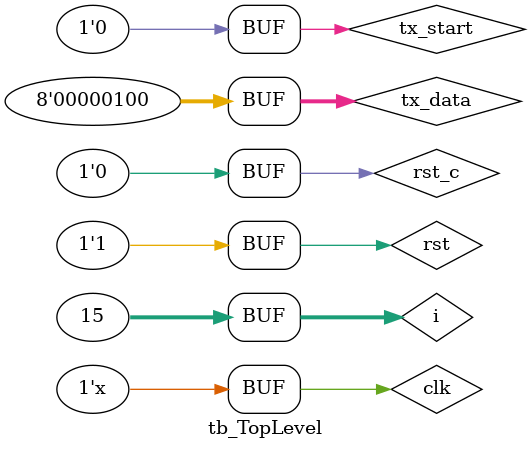
<source format=v>
`timescale 1ns / 1ps

`include "constants.vh"

module tb_TopLevel();


    reg clk;
    reg clk_50;
    reg rst;
    wire rst_c = ~rst;
    wire baud_rate;
    reg tx_start;
    reg [7:0] tx_data;
    wire tx_done;
    wire rx;
    wire tx;

    localparam OP_LOAD_INST = 1;
    localparam OP_RUN       = 2;
    localparam OP_RUN_STEP  = 3;
    localparam OP_STEP = 4;
    localparam OP_STOP = 5;

    integer i;

    initial begin
        clk = 1;
        rst = 0;
        #1000
        rst = 1;
        #4
        tx_data = OP_RUN_STEP;
        tx_start = 1;
        #4
        tx_start = 0;

        for(i = 0; i<15; i=i+1) begin
            #2000
            tx_data = OP_STEP;
            tx_start = 1;
            #4
            tx_start = 0;
        end

    end



    always #1 clk = ~clk;
    always@(posedge clk) begin
        if (!rst) begin
            clk_50 = 0;
        end
        else begin
            clk_50 = ~clk_50;
        end
    end

    TopLevel top_level_u(
        .clk(clk),
        .btnC(rst_c),
        .RsRx(rx),
        .RsTx(tx)
    );

    BaudRateGenerator br_g(
        .clk(clk_50),
        .rst(rst),
        .out(baud_rate)
    );

    TX tx_u(
        .clk(clk_50),
        .rst(rst),
        .i_baud_rate(baud_rate),
        .i_tx_start(tx_start),
        .i_data(tx_data),
        .o_tx_done(tx_done),
        .o_tx(rx)
    );

endmodule


</source>
